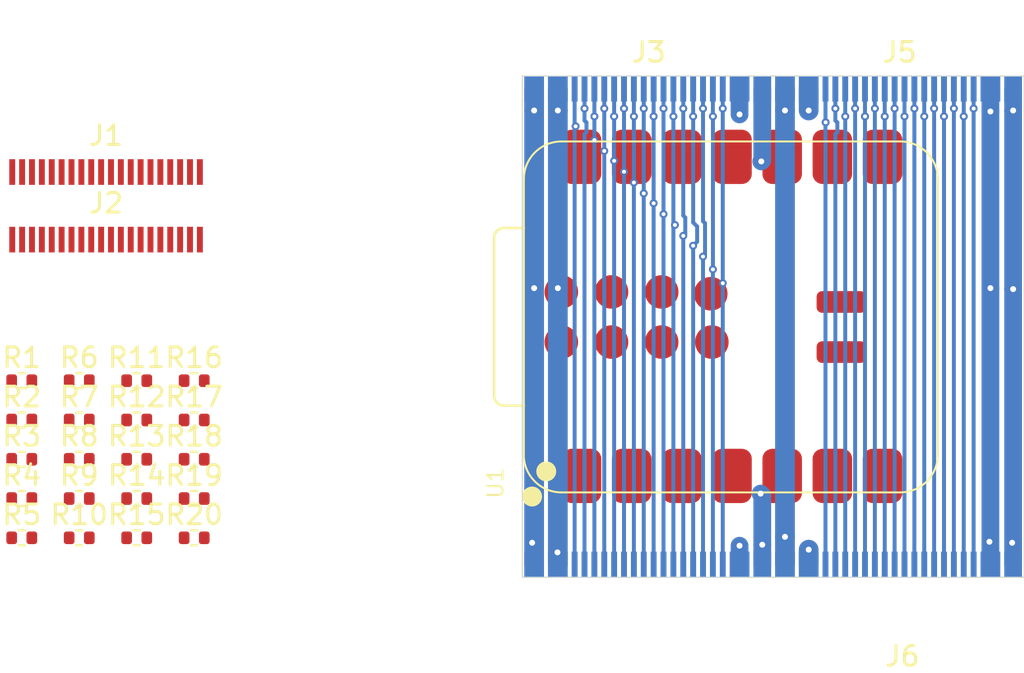
<source format=kicad_pcb>
(kicad_pcb (version 20241229) (generator "pcbnew") (generator_version "9.0")
  (layers (0 "F.Cu" signal) (4 "In1.Cu" signal) (6 "In2.Cu" signal) (2 "B.Cu" signal) (13 "F.Paste" user) (15 "B.Paste" user) (5 "F.SilkS" user "F.Silkscreen") (7 "B.SilkS" user "B.Silkscreen") (1 "F.Mask" user) (3 "B.Mask" user) (25 "Edge.Cuts" user))
  (net 0 "")
  (net 41 "GPIO_1")
  (net 42 "GND")
  (net 43 "5V0")
  (net 44 "I2C1_SCL")
  (net 45 "AUX_4")
  (net 46 "GPIO_3")
  (net 47 "SPI_SCK")
  (net 48 "SPI_MISO")
  (net 49 "GPIO_2")
  (net 50 "AUX_2")
  (net 51 "AUX_6")
  (net 52 "SPI_MOSI")
  (net 53 "GPIO_0")
  (net 54 "3V3")
  (net 55 "AUX_1")
  (net 56 "AUX_0")
  (net 57 "I2C1_SDA")
  (net 58 "AUX_3")
  (net 59 "AUX_5")
  (net 60 "SPI_CS0")
  (footprint "Library:ForgeLabs_Interconnect_WIIIIDE" (layer "F.Cu") (at 113.4 66.65)
    (property "Reference" "J3" (at 0 -2.85 180) (layer "F.SilkS"))
    (property "Value" "BOT1")
    (pad "1" smd rect (at -5.8 -1) (size 1 1.3) (layers "B.Cu" "B.Mask" "B.Paste") (net 42 "GND"))
    (pad "2" smd rect (at -4.6 -1) (size 1 1.3) (layers "B.Cu" "B.Mask" "B.Paste") (net 54 "3V3"))
    (pad "3" smd rect (at -3.75 -1) (size 0.3 1.3) (layers "B.Cu" "B.Mask" "B.Paste") (net 57 "I2C1_SDA"))
    (pad "4" smd rect (at -3.25 -1) (size 0.3 1.3) (layers "B.Cu" "B.Mask" "B.Paste") (net 44 "I2C1_SCL"))
    (pad "5" smd rect (at -2.75 -1) (size 0.3 1.3) (layers "B.Cu" "B.Mask" "B.Paste") (net 53 "GPIO_0"))
    (pad "6" smd rect (at -2.25 -1) (size 0.3 1.3) (layers "B.Cu" "B.Mask" "B.Paste") (net 41 "GPIO_1"))
    (pad "7" smd rect (at -1.75 -1) (size 0.3 1.3) (layers "B.Cu" "B.Mask" "B.Paste") (net 49 "GPIO_2"))
    (pad "8" smd rect (at -1.25 -1) (size 0.3 1.3) (layers "B.Cu" "B.Mask" "B.Paste") (net 46 "GPIO_3"))
    (pad "9" smd rect (at -0.75 -1) (size 0.3 1.3) (layers "B.Cu" "B.Mask" "B.Paste") (net 43 "5V0"))
    (pad "10" smd rect (at -0.25 -1) (size 0.3 1.3) (layers "B.Cu" "B.Mask" "B.Paste") (net 52 "SPI_MOSI"))
    (pad "11" smd rect (at 0.25 -1) (size 0.3 1.3) (layers "B.Cu" "B.Mask" "B.Paste") (net 48 "SPI_MISO"))
    (pad "12" smd rect (at 0.75 -1) (size 0.3 1.3) (layers "B.Cu" "B.Mask" "B.Paste") (net 47 "SPI_SCK"))
    (pad "13" smd rect (at 1.25 -1) (size 0.3 1.3) (layers "B.Cu" "B.Mask" "B.Paste") (net 60 "SPI_CS0"))
    (pad "14" smd rect (at 1.75 -1) (size 0.3 1.3) (layers "B.Cu" "B.Mask" "B.Paste") (net 56 "AUX_0"))
    (pad "15" smd rect (at 2.25 -1) (size 0.3 1.3) (layers "B.Cu" "B.Mask" "B.Paste") (net 55 "AUX_1"))
    (pad "16" smd rect (at 2.75 -1) (size 0.3 1.3) (layers "B.Cu" "B.Mask" "B.Paste") (net 50 "AUX_2"))
    (pad "17" smd rect (at 3.25 -1) (size 0.3 1.3) (layers "B.Cu" "B.Mask" "B.Paste") (net 58 "AUX_3"))
    (pad "18" smd rect (at 3.75 -1) (size 0.3 1.3) (layers "B.Cu" "B.Mask" "B.Paste") (net 45 "AUX_4"))
    (pad "19" smd rect (at 4.6 -1) (size 1 1.3) (layers "B.Cu" "B.Mask" "B.Paste") (net 59 "AUX_5"))
    (pad "20" smd rect (at 5.75 -1) (size 0.9 1.3) (layers "B.Cu" "B.Mask" "B.Paste") (net 51 "AUX_6"))
  )
  (footprint "Resistor_SMD:R_0402_1005Metric" (layer "F.Cu") (at 87.48 80.44)
    (property "Reference" "R11" (at 0 -1.17 0) (layer "F.SilkS"))
    (property "Value" "0R")
    (fp_line (start -0.153641 -0.38) (end 0.153641 -0.38) (stroke (width 0.12)) (layer "F.SilkS"))
    (fp_line (start -0.153641 0.38) (end 0.153641 0.38) (stroke (width 0.12)) (layer "F.SilkS"))
    (pad "1" smd roundrect (at -0.51 0) (size 0.54 0.64) (layers "F.Cu" "F.Mask" "F.Paste") (net 48 "SPI_MISO"))
    (pad "2" smd roundrect (at 0.51 0) (size 0.54 0.64) (layers "F.Cu" "F.Mask" "F.Paste"))
  )
  (footprint "Resistor_SMD:R_0402_1005Metric" (layer "F.Cu") (at 84.57 88.4)
    (property "Reference" "R10" (at 0 -1.17 0) (layer "F.SilkS"))
    (property "Value" "0R")
    (fp_line (start -0.153641 -0.38) (end 0.153641 -0.38) (stroke (width 0.12)) (layer "F.SilkS"))
    (fp_line (start -0.153641 0.38) (end 0.153641 0.38) (stroke (width 0.12)) (layer "F.SilkS"))
    (pad "1" smd roundrect (at -0.51 0) (size 0.54 0.64) (layers "F.Cu" "F.Mask" "F.Paste") (net 52 "SPI_MOSI"))
    (pad "2" smd roundrect (at 0.51 0) (size 0.54 0.64) (layers "F.Cu" "F.Mask" "F.Paste"))
  )
  (footprint "Resistor_SMD:R_0402_1005Metric" (layer "F.Cu") (at 87.48 88.4)
    (property "Reference" "R15" (at 0 -1.17 0) (layer "F.SilkS"))
    (property "Value" "0R")
    (fp_line (start -0.153641 -0.38) (end 0.153641 -0.38) (stroke (width 0.12)) (layer "F.SilkS"))
    (fp_line (start -0.153641 0.38) (end 0.153641 0.38) (stroke (width 0.12)) (layer "F.SilkS"))
    (pad "1" smd roundrect (at -0.51 0) (size 0.54 0.64) (layers "F.Cu" "F.Mask" "F.Paste") (net 55 "AUX_1"))
    (pad "2" smd roundrect (at 0.51 0) (size 0.54 0.64) (layers "F.Cu" "F.Mask" "F.Paste"))
  )
  (footprint "Resistor_SMD:R_0402_1005Metric" (layer "F.Cu") (at 84.57 84.42)
    (property "Reference" "R8" (at 0 -1.17 0) (layer "F.SilkS"))
    (property "Value" "0R")
    (fp_line (start -0.153641 -0.38) (end 0.153641 -0.38) (stroke (width 0.12)) (layer "F.SilkS"))
    (fp_line (start -0.153641 0.38) (end 0.153641 0.38) (stroke (width 0.12)) (layer "F.SilkS"))
    (pad "1" smd roundrect (at -0.51 0) (size 0.54 0.64) (layers "F.Cu" "F.Mask" "F.Paste") (net 46 "GPIO_3"))
    (pad "2" smd roundrect (at 0.51 0) (size 0.54 0.64) (layers "F.Cu" "F.Mask" "F.Paste"))
  )
  (footprint "Resistor_SMD:R_0402_1005Metric" (layer "F.Cu") (at 84.57 86.41)
    (property "Reference" "R9" (at 0 -1.17 0) (layer "F.SilkS"))
    (property "Value" "0R")
    (fp_line (start -0.153641 -0.38) (end 0.153641 -0.38) (stroke (width 0.12)) (layer "F.SilkS"))
    (fp_line (start -0.153641 0.38) (end 0.153641 0.38) (stroke (width 0.12)) (layer "F.SilkS"))
    (pad "1" smd roundrect (at -0.51 0) (size 0.54 0.64) (layers "F.Cu" "F.Mask" "F.Paste") (net 43 "5V0"))
    (pad "2" smd roundrect (at 0.51 0) (size 0.54 0.64) (layers "F.Cu" "F.Mask" "F.Paste"))
  )
  (footprint "Resistor_SMD:R_0402_1005Metric" (layer "F.Cu") (at 84.57 80.44)
    (property "Reference" "R6" (at 0 -1.17 0) (layer "F.SilkS"))
    (property "Value" "0R")
    (fp_line (start -0.153641 -0.38) (end 0.153641 -0.38) (stroke (width 0.12)) (layer "F.SilkS"))
    (fp_line (start -0.153641 0.38) (end 0.153641 0.38) (stroke (width 0.12)) (layer "F.SilkS"))
    (pad "1" smd roundrect (at -0.51 0) (size 0.54 0.64) (layers "F.Cu" "F.Mask" "F.Paste") (net 41 "GPIO_1"))
    (pad "2" smd roundrect (at 0.51 0) (size 0.54 0.64) (layers "F.Cu" "F.Mask" "F.Paste"))
  )
  (footprint "Resistor_SMD:R_0402_1005Metric" (layer "F.Cu") (at 81.66 84.42)
    (property "Reference" "R3" (at 0 -1.17 0) (layer "F.SilkS"))
    (property "Value" "0R")
    (fp_line (start -0.153641 -0.38) (end 0.153641 -0.38) (stroke (width 0.12)) (layer "F.SilkS"))
    (fp_line (start -0.153641 0.38) (end 0.153641 0.38) (stroke (width 0.12)) (layer "F.SilkS"))
    (pad "1" smd roundrect (at -0.51 0) (size 0.54 0.64) (layers "F.Cu" "F.Mask" "F.Paste") (net 57 "I2C1_SDA"))
    (pad "2" smd roundrect (at 0.51 0) (size 0.54 0.64) (layers "F.Cu" "F.Mask" "F.Paste"))
  )
  (footprint "Resistor_SMD:R_0402_1005Metric" (layer "F.Cu") (at 84.57 82.43)
    (property "Reference" "R7" (at 0 -1.17 0) (layer "F.SilkS"))
    (property "Value" "0R")
    (fp_line (start -0.153641 -0.38) (end 0.153641 -0.38) (stroke (width 0.12)) (layer "F.SilkS"))
    (fp_line (start -0.153641 0.38) (end 0.153641 0.38) (stroke (width 0.12)) (layer "F.SilkS"))
    (pad "1" smd roundrect (at -0.51 0) (size 0.54 0.64) (layers "F.Cu" "F.Mask" "F.Paste") (net 49 "GPIO_2"))
    (pad "2" smd roundrect (at 0.51 0) (size 0.54 0.64) (layers "F.Cu" "F.Mask" "F.Paste"))
  )
  (footprint "Resistor_SMD:R_0402_1005Metric" (layer "F.Cu") (at 81.66 88.4)
    (property "Reference" "R5" (at 0 -1.17 0) (layer "F.SilkS"))
    (property "Value" "0R")
    (fp_line (start -0.153641 -0.38) (end 0.153641 -0.38) (stroke (width 0.12)) (layer "F.SilkS"))
    (fp_line (start -0.153641 0.38) (end 0.153641 0.38) (stroke (width 0.12)) (layer "F.SilkS"))
    (pad "1" smd roundrect (at -0.51 0) (size 0.54 0.64) (layers "F.Cu" "F.Mask" "F.Paste") (net 53 "GPIO_0"))
    (pad "2" smd roundrect (at 0.51 0) (size 0.54 0.64) (layers "F.Cu" "F.Mask" "F.Paste"))
  )
  (footprint "Resistor_SMD:R_0402_1005Metric" (layer "F.Cu") (at 90.39 88.4)
    (property "Reference" "R20" (at 0 -1.17 0) (layer "F.SilkS"))
    (property "Value" "0R")
    (fp_line (start -0.153641 -0.38) (end 0.153641 -0.38) (stroke (width 0.12)) (layer "F.SilkS"))
    (fp_line (start -0.153641 0.38) (end 0.153641 0.38) (stroke (width 0.12)) (layer "F.SilkS"))
    (pad "1" smd roundrect (at -0.51 0) (size 0.54 0.64) (layers "F.Cu" "F.Mask" "F.Paste") (net 51 "AUX_6"))
    (pad "2" smd roundrect (at 0.51 0) (size 0.54 0.64) (layers "F.Cu" "F.Mask" "F.Paste"))
  )
  (footprint "Library:ForgeLabs_Interconnect_WIIIIDE" (layer "F.Cu") (at 113.4 90.75)
    (property "Reference" "J4" (hide yes))
    (property "Value" "BOT1" (hide yes))
    (pad "1" smd rect (at -5.8 -1) (size 1 1.3) (layers "B.Cu" "B.Mask" "B.Paste") (net 42 "GND"))
    (pad "2" smd rect (at -4.6 -1) (size 1 1.3) (layers "B.Cu" "B.Mask" "B.Paste") (net 54 "3V3"))
    (pad "3" smd rect (at -3.75 -1) (size 0.3 1.3) (layers "B.Cu" "B.Mask" "B.Paste") (net 57 "I2C1_SDA"))
    (pad "4" smd rect (at -3.25 -1) (size 0.3 1.3) (layers "B.Cu" "B.Mask" "B.Paste") (net 44 "I2C1_SCL"))
    (pad "5" smd rect (at -2.75 -1) (size 0.3 1.3) (layers "B.Cu" "B.Mask" "B.Paste") (net 53 "GPIO_0"))
    (pad "6" smd rect (at -2.25 -1) (size 0.3 1.3) (layers "B.Cu" "B.Mask" "B.Paste") (net 41 "GPIO_1"))
    (pad "7" smd rect (at -1.75 -1) (size 0.3 1.3) (layers "B.Cu" "B.Mask" "B.Paste") (net 49 "GPIO_2"))
    (pad "8" smd rect (at -1.25 -1) (size 0.3 1.3) (layers "B.Cu" "B.Mask" "B.Paste") (net 46 "GPIO_3"))
    (pad "9" smd rect (at -0.75 -1) (size 0.3 1.3) (layers "B.Cu" "B.Mask" "B.Paste") (net 43 "5V0"))
    (pad "10" smd rect (at -0.25 -1) (size 0.3 1.3) (layers "B.Cu" "B.Mask" "B.Paste") (net 52 "SPI_MOSI"))
    (pad "11" smd rect (at 0.25 -1) (size 0.3 1.3) (layers "B.Cu" "B.Mask" "B.Paste") (net 48 "SPI_MISO"))
    (pad "12" smd rect (at 0.75 -1) (size 0.3 1.3) (layers "B.Cu" "B.Mask" "B.Paste") (net 47 "SPI_SCK"))
    (pad "13" smd rect (at 1.25 -1) (size 0.3 1.3) (layers "B.Cu" "B.Mask" "B.Paste") (net 60 "SPI_CS0"))
    (pad "14" smd rect (at 1.75 -1) (size 0.3 1.3) (layers "B.Cu" "B.Mask" "B.Paste") (net 56 "AUX_0"))
    (pad "15" smd rect (at 2.25 -1) (size 0.3 1.3) (layers "B.Cu" "B.Mask" "B.Paste") (net 55 "AUX_1"))
    (pad "16" smd rect (at 2.75 -1) (size 0.3 1.3) (layers "B.Cu" "B.Mask" "B.Paste") (net 50 "AUX_2"))
    (pad "17" smd rect (at 3.25 -1) (size 0.3 1.3) (layers "B.Cu" "B.Mask" "B.Paste") (net 58 "AUX_3"))
    (pad "18" smd rect (at 3.75 -1) (size 0.3 1.3) (layers "B.Cu" "B.Mask" "B.Paste") (net 45 "AUX_4"))
    (pad "19" smd rect (at 4.6 -1) (size 1 1.3) (layers "B.Cu" "B.Mask" "B.Paste") (net 59 "AUX_5"))
    (pad "20" smd rect (at 5.75 -1) (size 0.9 1.3) (layers "B.Cu" "B.Mask" "B.Paste") (net 51 "AUX_6"))
  )
  (footprint "Library:ForgeLabs_Interconnect_TOP" (layer "F.Cu") (at 85.928 70.866)
    (property "Reference" "J1" (at 0 -2.85 180) (layer "F.SilkS"))
    (property "Value" "TOP1")
    (pad "1" smd rect (at -4.75 -1) (size 0.3 1.3) (layers "F.Cu" "F.Mask" "F.Paste"))
    (pad "2" smd rect (at -4.25 -1) (size 0.3 1.3) (layers "F.Cu" "F.Mask" "F.Paste"))
    (pad "3" smd rect (at -3.75 -1) (size 0.3 1.3) (layers "F.Cu" "F.Mask" "F.Paste"))
    (pad "4" smd rect (at -3.25 -1) (size 0.3 1.3) (layers "F.Cu" "F.Mask" "F.Paste"))
    (pad "5" smd rect (at -2.75 -1) (size 0.3 1.3) (layers "F.Cu" "F.Mask" "F.Paste"))
    (pad "6" smd rect (at -2.25 -1) (size 0.3 1.3) (layers "F.Cu" "F.Mask" "F.Paste"))
    (pad "7" smd rect (at -1.75 -1) (size 0.3 1.3) (layers "F.Cu" "F.Mask" "F.Paste"))
    (pad "8" smd rect (at -1.25 -1) (size 0.3 1.3) (layers "F.Cu" "F.Mask" "F.Paste"))
    (pad "9" smd rect (at -0.75 -1) (size 0.3 1.3) (layers "F.Cu" "F.Mask" "F.Paste"))
    (pad "10" smd rect (at -0.25 -1) (size 0.3 1.3) (layers "F.Cu" "F.Mask" "F.Paste"))
    (pad "11" smd rect (at 0.25 -1) (size 0.3 1.3) (layers "F.Cu" "F.Mask" "F.Paste"))
    (pad "12" smd rect (at 0.75 -1) (size 0.3 1.3) (layers "F.Cu" "F.Mask" "F.Paste"))
    (pad "13" smd rect (at 1.25 -1) (size 0.3 1.3) (layers "F.Cu" "F.Mask" "F.Paste"))
    (pad "14" smd rect (at 1.75 -1) (size 0.3 1.3) (layers "F.Cu" "F.Mask" "F.Paste"))
    (pad "15" smd rect (at 2.25 -1) (size 0.3 1.3) (layers "F.Cu" "F.Mask" "F.Paste"))
    (pad "16" smd rect (at 2.75 -1) (size 0.3 1.3) (layers "F.Cu" "F.Mask" "F.Paste"))
    (pad "17" smd rect (at 3.25 -1) (size 0.3 1.3) (layers "F.Cu" "F.Mask" "F.Paste"))
    (pad "18" smd rect (at 3.75 -1) (size 0.3 1.3) (layers "F.Cu" "F.Mask" "F.Paste"))
    (pad "19" smd rect (at 4.25 -1) (size 0.3 1.3) (layers "F.Cu" "F.Mask" "F.Paste"))
    (pad "20" smd rect (at 4.75 -1) (size 0.3 1.3) (layers "F.Cu" "F.Mask" "F.Paste"))
  )
  (footprint "Resistor_SMD:R_0402_1005Metric" (layer "F.Cu") (at 81.66 86.41)
    (property "Reference" "R4" (at 0 -1.17 0) (layer "F.SilkS"))
    (property "Value" "0R")
    (fp_line (start -0.153641 -0.38) (end 0.153641 -0.38) (stroke (width 0.12)) (layer "F.SilkS"))
    (fp_line (start -0.153641 0.38) (end 0.153641 0.38) (stroke (width 0.12)) (layer "F.SilkS"))
    (pad "1" smd roundrect (at -0.51 0) (size 0.54 0.64) (layers "F.Cu" "F.Mask" "F.Paste") (net 44 "I2C1_SCL"))
    (pad "2" smd roundrect (at 0.51 0) (size 0.54 0.64) (layers "F.Cu" "F.Mask" "F.Paste"))
  )
  (footprint "Resistor_SMD:R_0402_1005Metric" (layer "F.Cu") (at 90.39 82.43)
    (property "Reference" "R17" (at 0 -1.17 0) (layer "F.SilkS"))
    (property "Value" "0R")
    (fp_line (start -0.153641 -0.38) (end 0.153641 -0.38) (stroke (width 0.12)) (layer "F.SilkS"))
    (fp_line (start -0.153641 0.38) (end 0.153641 0.38) (stroke (width 0.12)) (layer "F.SilkS"))
    (pad "1" smd roundrect (at -0.51 0) (size 0.54 0.64) (layers "F.Cu" "F.Mask" "F.Paste") (net 58 "AUX_3"))
    (pad "2" smd roundrect (at 0.51 0) (size 0.54 0.64) (layers "F.Cu" "F.Mask" "F.Paste"))
  )
  (footprint "Resistor_SMD:R_0402_1005Metric" (layer "F.Cu") (at 81.66 82.43)
    (property "Reference" "R2" (at 0 -1.17 0) (layer "F.SilkS"))
    (property "Value" "0R")
    (fp_line (start -0.153641 -0.38) (end 0.153641 -0.38) (stroke (width 0.12)) (layer "F.SilkS"))
    (fp_line (start -0.153641 0.38) (end 0.153641 0.38) (stroke (width 0.12)) (layer "F.SilkS"))
    (pad "1" smd roundrect (at -0.51 0) (size 0.54 0.64) (layers "F.Cu" "F.Mask" "F.Paste") (net 54 "3V3"))
    (pad "2" smd roundrect (at 0.51 0) (size 0.54 0.64) (layers "F.Cu" "F.Mask" "F.Paste"))
  )
  (footprint "Resistor_SMD:R_0402_1005Metric" (layer "F.Cu") (at 90.39 80.44)
    (property "Reference" "R16" (at 0 -1.17 0) (layer "F.SilkS"))
    (property "Value" "0R")
    (fp_line (start -0.153641 -0.38) (end 0.153641 -0.38) (stroke (width 0.12)) (layer "F.SilkS"))
    (fp_line (start -0.153641 0.38) (end 0.153641 0.38) (stroke (width 0.12)) (layer "F.SilkS"))
    (pad "1" smd roundrect (at -0.51 0) (size 0.54 0.64) (layers "F.Cu" "F.Mask" "F.Paste") (net 50 "AUX_2"))
    (pad "2" smd roundrect (at 0.51 0) (size 0.54 0.64) (layers "F.Cu" "F.Mask" "F.Paste"))
  )
  (footprint "Resistor_SMD:R_0402_1005Metric" (layer "F.Cu") (at 87.48 84.42)
    (property "Reference" "R13" (at 0 -1.17 0) (layer "F.SilkS"))
    (property "Value" "0R")
    (fp_line (start -0.153641 -0.38) (end 0.153641 -0.38) (stroke (width 0.12)) (layer "F.SilkS"))
    (fp_line (start -0.153641 0.38) (end 0.153641 0.38) (stroke (width 0.12)) (layer "F.SilkS"))
    (pad "1" smd roundrect (at -0.51 0) (size 0.54 0.64) (layers "F.Cu" "F.Mask" "F.Paste") (net 60 "SPI_CS0"))
    (pad "2" smd roundrect (at 0.51 0) (size 0.54 0.64) (layers "F.Cu" "F.Mask" "F.Paste"))
  )
  (footprint "Library:ForgeLabs_Interconnect_TOP" (layer "F.Cu") (at 85.928 74.291)
    (property "Reference" "J2" (at 0 -2.85 180) (layer "F.SilkS"))
    (property "Value" "TOP2")
    (pad "1" smd rect (at -4.75 -1) (size 0.3 1.3) (layers "F.Cu" "F.Mask" "F.Paste"))
    (pad "2" smd rect (at -4.25 -1) (size 0.3 1.3) (layers "F.Cu" "F.Mask" "F.Paste"))
    (pad "3" smd rect (at -3.75 -1) (size 0.3 1.3) (layers "F.Cu" "F.Mask" "F.Paste"))
    (pad "4" smd rect (at -3.25 -1) (size 0.3 1.3) (layers "F.Cu" "F.Mask" "F.Paste"))
    (pad "5" smd rect (at -2.75 -1) (size 0.3 1.3) (layers "F.Cu" "F.Mask" "F.Paste"))
    (pad "6" smd rect (at -2.25 -1) (size 0.3 1.3) (layers "F.Cu" "F.Mask" "F.Paste"))
    (pad "7" smd rect (at -1.75 -1) (size 0.3 1.3) (layers "F.Cu" "F.Mask" "F.Paste"))
    (pad "8" smd rect (at -1.25 -1) (size 0.3 1.3) (layers "F.Cu" "F.Mask" "F.Paste"))
    (pad "9" smd rect (at -0.75 -1) (size 0.3 1.3) (layers "F.Cu" "F.Mask" "F.Paste"))
    (pad "10" smd rect (at -0.25 -1) (size 0.3 1.3) (layers "F.Cu" "F.Mask" "F.Paste"))
    (pad "11" smd rect (at 0.25 -1) (size 0.3 1.3) (layers "F.Cu" "F.Mask" "F.Paste"))
    (pad "12" smd rect (at 0.75 -1) (size 0.3 1.3) (layers "F.Cu" "F.Mask" "F.Paste"))
    (pad "13" smd rect (at 1.25 -1) (size 0.3 1.3) (layers "F.Cu" "F.Mask" "F.Paste"))
    (pad "14" smd rect (at 1.75 -1) (size 0.3 1.3) (layers "F.Cu" "F.Mask" "F.Paste"))
    (pad "15" smd rect (at 2.25 -1) (size 0.3 1.3) (layers "F.Cu" "F.Mask" "F.Paste"))
    (pad "16" smd rect (at 2.75 -1) (size 0.3 1.3) (layers "F.Cu" "F.Mask" "F.Paste"))
    (pad "17" smd rect (at 3.25 -1) (size 0.3 1.3) (layers "F.Cu" "F.Mask" "F.Paste"))
    (pad "18" smd rect (at 3.75 -1) (size 0.3 1.3) (layers "F.Cu" "F.Mask" "F.Paste"))
    (pad "19" smd rect (at 4.25 -1) (size 0.3 1.3) (layers "F.Cu" "F.Mask" "F.Paste"))
    (pad "20" smd rect (at 4.75 -1) (size 0.3 1.3) (layers "F.Cu" "F.Mask" "F.Paste"))
  )
  (footprint "Library:ForgeLabs_Interconnect_WIIIIDE" (layer "F.Cu") (at 126.1 90.75)
    (property "Reference" "J6" (at 0.15 3.65 180) (layer "F.SilkS"))
    (property "Value" "BOT1")
    (pad "1" smd rect (at -5.8 -1) (size 1 1.3) (layers "B.Cu" "B.Mask" "B.Paste") (net 42 "GND"))
    (pad "2" smd rect (at -4.6 -1) (size 1 1.3) (layers "B.Cu" "B.Mask" "B.Paste") (net 54 "3V3"))
    (pad "3" smd rect (at -3.75 -1) (size 0.3 1.3) (layers "B.Cu" "B.Mask" "B.Paste") (net 57 "I2C1_SDA"))
    (pad "4" smd rect (at -3.25 -1) (size 0.3 1.3) (layers "B.Cu" "B.Mask" "B.Paste") (net 44 "I2C1_SCL"))
    (pad "5" smd rect (at -2.75 -1) (size 0.3 1.3) (layers "B.Cu" "B.Mask" "B.Paste") (net 53 "GPIO_0"))
    (pad "6" smd rect (at -2.25 -1) (size 0.3 1.3) (layers "B.Cu" "B.Mask" "B.Paste") (net 41 "GPIO_1"))
    (pad "7" smd rect (at -1.75 -1) (size 0.3 1.3) (layers "B.Cu" "B.Mask" "B.Paste") (net 49 "GPIO_2"))
    (pad "8" smd rect (at -1.25 -1) (size 0.3 1.3) (layers "B.Cu" "B.Mask" "B.Paste") (net 46 "GPIO_3"))
    (pad "9" smd rect (at -0.75 -1) (size 0.3 1.3) (layers "B.Cu" "B.Mask" "B.Paste") (net 43 "5V0"))
    (pad "10" smd rect (at -0.25 -1) (size 0.3 1.3) (layers "B.Cu" "B.Mask" "B.Paste") (net 52 "SPI_MOSI"))
    (pad "11" smd rect (at 0.25 -1) (size 0.3 1.3) (layers "B.Cu" "B.Mask" "B.Paste") (net 48 "SPI_MISO"))
    (pad "12" smd rect (at 0.75 -1) (size 0.3 1.3) (layers "B.Cu" "B.Mask" "B.Paste") (net 47 "SPI_SCK"))
    (pad "13" smd rect (at 1.25 -1) (size 0.3 1.3) (layers "B.Cu" "B.Mask" "B.Paste") (net 60 "SPI_CS0"))
    (pad "14" smd rect (at 1.75 -1) (size 0.3 1.3) (layers "B.Cu" "B.Mask" "B.Paste") (net 56 "AUX_0"))
    (pad "15" smd rect (at 2.25 -1) (size 0.3 1.3) (layers "B.Cu" "B.Mask" "B.Paste") (net 55 "AUX_1"))
    (pad "16" smd rect (at 2.75 -1) (size 0.3 1.3) (layers "B.Cu" "B.Mask" "B.Paste") (net 50 "AUX_2"))
    (pad "17" smd rect (at 3.25 -1) (size 0.3 1.3) (layers "B.Cu" "B.Mask" "B.Paste") (net 58 "AUX_3"))
    (pad "18" smd rect (at 3.75 -1) (size 0.3 1.3) (layers "B.Cu" "B.Mask" "B.Paste") (net 45 "AUX_4"))
    (pad "19" smd rect (at 4.6 -1) (size 1 1.3) (layers "B.Cu" "B.Mask" "B.Paste") (net 59 "AUX_5"))
    (pad "20" smd rect (at 5.75 -1) (size 0.9 1.3) (layers "B.Cu" "B.Mask" "B.Paste") (net 51 "AUX_6"))
  )
  (footprint "Resistor_SMD:R_0402_1005Metric" (layer "F.Cu") (at 81.66 80.44)
    (property "Reference" "R1" (at 0 -1.17 0) (layer "F.SilkS"))
    (property "Value" "0R")
    (fp_line (start -0.153641 -0.38) (end 0.153641 -0.38) (stroke (width 0.12)) (layer "F.SilkS"))
    (fp_line (start -0.153641 0.38) (end 0.153641 0.38) (stroke (width 0.12)) (layer "F.SilkS"))
    (pad "1" smd roundrect (at -0.51 0) (size 0.54 0.64) (layers "F.Cu" "F.Mask" "F.Paste") (net 42 "GND"))
    (pad "2" smd roundrect (at 0.51 0) (size 0.54 0.64) (layers "F.Cu" "F.Mask" "F.Paste"))
  )
  (footprint "Resistor_SMD:R_0402_1005Metric" (layer "F.Cu") (at 87.48 86.41)
    (property "Reference" "R14" (at 0 -1.17 0) (layer "F.SilkS"))
    (property "Value" "0R")
    (fp_line (start -0.153641 -0.38) (end 0.153641 -0.38) (stroke (width 0.12)) (layer "F.SilkS"))
    (fp_line (start -0.153641 0.38) (end 0.153641 0.38) (stroke (width 0.12)) (layer "F.SilkS"))
    (pad "1" smd roundrect (at -0.51 0) (size 0.54 0.64) (layers "F.Cu" "F.Mask" "F.Paste") (net 56 "AUX_0"))
    (pad "2" smd roundrect (at 0.51 0) (size 0.54 0.64) (layers "F.Cu" "F.Mask" "F.Paste"))
  )
  (footprint "Library:XIAO-ESP32C6-SMD" (layer "F.Cu") (at 117.5968 76.982 90)
    (property "Reference" "U1" (at -9.5 -11.5 90) (layer "F.SilkS") (effects (font (size 0.78232 0.78232) (thickness 0.10668)) (justify left bottom)))
    (property "Value" "XIAO-ESP32-S3-SMD")
    (fp_line (start -4.217872 -12.0255) (end 3.7774 -12.0255) (stroke (width 0.127)) (layer "F.SilkS"))
    (fp_line (start 4.2774 -11.5255) (end 4.2774 -10.5155) (stroke (width 0.127)) (layer "F.SilkS"))
    (fp_line (start 6.7584 -10.5155) (end -7.2116 -10.5155) (stroke (width 0.1)) (layer "F.SilkS"))
    (fp_line (start -4.7216 -10.5155) (end -4.717872 -11.525772) (stroke (width 0.127)) (layer "F.SilkS"))
    (fp_line (start 8.6634 8.5345) (end 8.6634 -8.6105) (stroke (width 0.1)) (layer "F.SilkS"))
    (fp_line (start -9.1166 8.5345) (end -9.1166 -8.6105) (stroke (width 0.1)) (layer "F.SilkS"))
    (fp_line (start -7.2116 10.4395) (end 6.7584 10.4395) (stroke (width 0.1)) (layer "F.SilkS"))
    (fp_arc (start 3.7774 -12.0255) (mid 4.130953 -11.879053) (end 4.2774 -11.5255) (stroke (width 0.127)) (layer "F.SilkS"))
    (fp_arc (start -4.717872 -11.525772) (mid -4.571324 -11.879144) (end -4.217872 -12.0255) (stroke (width 0.127)) (layer "F.SilkS"))
    (fp_arc (start 6.7584 -10.5155) (mid 8.105438 -9.957538) (end 8.6634 -8.6105) (stroke (width 0.1)) (layer "F.SilkS"))
    (fp_arc (start -9.1166 -8.6145) (mid -8.558638 -9.961538) (end -7.2116 -10.5195) (stroke (width 0.1)) (layer "F.SilkS"))
    (fp_arc (start 8.6634 8.5345) (mid 8.105438 9.881538) (end 6.7584 10.4395) (stroke (width 0.1)) (layer "F.SilkS"))
    (fp_arc (start -7.2116 10.4395) (mid -8.558638 9.881538) (end -9.1166 8.5345) (stroke (width 0.1)) (layer "F.SilkS"))
    (fp_circle (center -9.3266 -10.0995) (end -9.3266 -10.3535) (stroke (width 0.5)) (fill yes) (layer "F.SilkS"))
    (fp_circle (center -8.0526 -9.3825) (end -8.0526 -9.6365) (stroke (width 0.5)) (fill yes) (layer "F.SilkS"))
    (pad "1" smd roundrect (at -8.2816 -7.5985 90) (size 2.75 2) (layers "F.Cu" "F.Mask" "F.Paste"))
    (pad "2" smd roundrect (at -8.2816 -5.0585 90) (size 2.75 2) (layers "F.Cu" "F.Mask" "F.Paste"))
    (pad "3" smd roundrect (at -8.2816 -2.5185 90) (size 2.75 2) (layers "F.Cu" "F.Mask" "F.Paste"))
    (pad "4" smd roundrect (at -8.2816 0.0215 90) (size 2.75 2) (layers "F.Cu" "F.Mask" "F.Paste"))
    (pad "5" smd roundrect (at -8.2816 2.5615 90) (size 2.75 2) (layers "F.Cu" "F.Mask" "F.Paste"))
    (pad "6" smd roundrect (at -8.2816 5.1015 90) (size 2.75 2) (layers "F.Cu" "F.Mask" "F.Paste"))
    (pad "7" smd roundrect (at -8.2816 7.6415 90) (size 2.75 2) (layers "F.Cu" "F.Mask" "F.Paste"))
    (pad "8" smd roundrect (at 7.8834 7.6415 90) (size 2.75 2) (layers "F.Cu" "F.Mask" "F.Paste"))
    (pad "9" smd roundrect (at 7.8834 5.1015 90) (size 2.75 2) (layers "F.Cu" "F.Mask" "F.Paste"))
    (pad "10" smd roundrect (at 7.8834 2.5615 90) (size 2.75 2) (layers "F.Cu" "F.Mask" "F.Paste"))
    (pad "11" smd roundrect (at 7.8834 0.0215 90) (size 2.75 2) (layers "F.Cu" "F.Mask" "F.Paste"))
    (pad "12" smd roundrect (at 7.8834 -2.5185 90) (size 2.75 2) (layers "F.Cu" "F.Mask" "F.Paste"))
    (pad "13" smd roundrect (at 7.8834 -5.0585 90) (size 2.75 2) (layers "F.Cu" "F.Mask" "F.Paste"))
    (pad "14" smd roundrect (at 7.8834 -7.5985 90) (size 2.75 2) (layers "F.Cu" "F.Mask" "F.Paste"))
    (pad "15" smd roundrect (at -2.008 5.5532) (size 2.5 1.1) (layers "F.Cu" "F.Mask" "F.Paste"))
    (pad "16" smd roundrect (at 0.532 5.5532) (size 2.5 1.1) (layers "F.Cu" "F.Mask" "F.Paste"))
    (pad "17" smd circle (at -1.5 -8.62 90) (size 1.7 1.7) (layers "F.Cu" "F.Mask" "F.Paste"))
    (pad "18" smd circle (at 1.04 -8.62 90) (size 1.7 1.7) (layers "F.Cu" "F.Mask" "F.Paste"))
    (pad "19" smd circle (at -1.5 -6.08 90) (size 1.7 1.7) (layers "F.Cu" "F.Mask" "F.Paste"))
    (pad "20" smd circle (at 1.04 -6.08 90) (size 1.7 1.7) (layers "F.Cu" "F.Mask" "F.Paste"))
    (pad "21" smd circle (at -1.5 -3.54 90) (size 1.7 1.7) (layers "F.Cu" "F.Mask" "F.Paste"))
    (pad "22" smd circle (at 1.04 -3.54 90) (size 1.7 1.7) (layers "F.Cu" "F.Mask" "F.Paste"))
    (pad "23" smd circle (at -1.5 -1 90) (size 1.7 1.7) (layers "F.Cu" "F.Mask" "F.Paste"))
    (pad "24" smd circle (at 0.9474 -1.0568 90) (size 1.7 1.7) (layers "F.Cu" "F.Mask" "F.Paste"))
  )
  (footprint "Library:ForgeLabs_Interconnect_WIIIIDE" (layer "F.Cu") (at 126.1 66.65)
    (property "Reference" "J5" (at 0 -2.85 180) (layer "F.SilkS"))
    (property "Value" "BOT1")
    (pad "1" smd rect (at -5.8 -1) (size 1 1.3) (layers "B.Cu" "B.Mask" "B.Paste") (net 42 "GND"))
    (pad "2" smd rect (at -4.6 -1) (size 1 1.3) (layers "B.Cu" "B.Mask" "B.Paste") (net 54 "3V3"))
    (pad "3" smd rect (at -3.75 -1) (size 0.3 1.3) (layers "B.Cu" "B.Mask" "B.Paste") (net 57 "I2C1_SDA"))
    (pad "4" smd rect (at -3.25 -1) (size 0.3 1.3) (layers "B.Cu" "B.Mask" "B.Paste") (net 44 "I2C1_SCL"))
    (pad "5" smd rect (at -2.75 -1) (size 0.3 1.3) (layers "B.Cu" "B.Mask" "B.Paste") (net 53 "GPIO_0"))
    (pad "6" smd rect (at -2.25 -1) (size 0.3 1.3) (layers "B.Cu" "B.Mask" "B.Paste") (net 41 "GPIO_1"))
    (pad "7" smd rect (at -1.75 -1) (size 0.3 1.3) (layers "B.Cu" "B.Mask" "B.Paste") (net 49 "GPIO_2"))
    (pad "8" smd rect (at -1.25 -1) (size 0.3 1.3) (layers "B.Cu" "B.Mask" "B.Paste") (net 46 "GPIO_3"))
    (pad "9" smd rect (at -0.75 -1) (size 0.3 1.3) (layers "B.Cu" "B.Mask" "B.Paste") (net 43 "5V0"))
    (pad "10" smd rect (at -0.25 -1) (size 0.3 1.3) (layers "B.Cu" "B.Mask" "B.Paste") (net 52 "SPI_MOSI"))
    (pad "11" smd rect (at 0.25 -1) (size 0.3 1.3) (layers "B.Cu" "B.Mask" "B.Paste") (net 48 "SPI_MISO"))
    (pad "12" smd rect (at 0.75 -1) (size 0.3 1.3) (layers "B.Cu" "B.Mask" "B.Paste") (net 47 "SPI_SCK"))
    (pad "13" smd rect (at 1.25 -1) (size 0.3 1.3) (layers "B.Cu" "B.Mask" "B.Paste") (net 60 "SPI_CS0"))
    (pad "14" smd rect (at 1.75 -1) (size 0.3 1.3) (layers "B.Cu" "B.Mask" "B.Paste") (net 56 "AUX_0"))
    (pad "15" smd rect (at 2.25 -1) (size 0.3 1.3) (layers "B.Cu" "B.Mask" "B.Paste") (net 55 "AUX_1"))
    (pad "16" smd rect (at 2.75 -1) (size 0.3 1.3) (layers "B.Cu" "B.Mask" "B.Paste") (net 50 "AUX_2"))
    (pad "17" smd rect (at 3.25 -1) (size 0.3 1.3) (layers "B.Cu" "B.Mask" "B.Paste") (net 58 "AUX_3"))
    (pad "18" smd rect (at 3.75 -1) (size 0.3 1.3) (layers "B.Cu" "B.Mask" "B.Paste") (net 45 "AUX_4"))
    (pad "19" smd rect (at 4.6 -1) (size 1 1.3) (layers "B.Cu" "B.Mask" "B.Paste") (net 59 "AUX_5"))
    (pad "20" smd rect (at 5.75 -1) (size 0.9 1.3) (layers "B.Cu" "B.Mask" "B.Paste") (net 51 "AUX_6"))
  )
  (footprint "Resistor_SMD:R_0402_1005Metric" (layer "F.Cu") (at 87.48 82.43)
    (property "Reference" "R12" (at 0 -1.17 0) (layer "F.SilkS"))
    (property "Value" "0R")
    (fp_line (start -0.153641 -0.38) (end 0.153641 -0.38) (stroke (width 0.12)) (layer "F.SilkS"))
    (fp_line (start -0.153641 0.38) (end 0.153641 0.38) (stroke (width 0.12)) (layer "F.SilkS"))
    (pad "1" smd roundrect (at -0.51 0) (size 0.54 0.64) (layers "F.Cu" "F.Mask" "F.Paste") (net 47 "SPI_SCK"))
    (pad "2" smd roundrect (at 0.51 0) (size 0.54 0.64) (layers "F.Cu" "F.Mask" "F.Paste"))
  )
  (footprint "Resistor_SMD:R_0402_1005Metric" (layer "F.Cu") (at 90.39 84.42)
    (property "Reference" "R18" (at 0 -1.17 0) (layer "F.SilkS"))
    (property "Value" "0R")
    (fp_line (start -0.153641 -0.38) (end 0.153641 -0.38) (stroke (width 0.12)) (layer "F.SilkS"))
    (fp_line (start -0.153641 0.38) (end 0.153641 0.38) (stroke (width 0.12)) (layer "F.SilkS"))
    (pad "1" smd roundrect (at -0.51 0) (size 0.54 0.64) (layers "F.Cu" "F.Mask" "F.Paste") (net 45 "AUX_4"))
    (pad "2" smd roundrect (at 0.51 0) (size 0.54 0.64) (layers "F.Cu" "F.Mask" "F.Paste"))
  )
  (footprint "Resistor_SMD:R_0402_1005Metric" (layer "F.Cu") (at 90.39 86.41)
    (property "Reference" "R19" (at 0 -1.17 0) (layer "F.SilkS"))
    (property "Value" "0R")
    (fp_line (start -0.153641 -0.38) (end 0.153641 -0.38) (stroke (width 0.12)) (layer "F.SilkS"))
    (fp_line (start -0.153641 0.38) (end 0.153641 0.38) (stroke (width 0.12)) (layer "F.SilkS"))
    (pad "1" smd roundrect (at -0.51 0) (size 0.54 0.64) (layers "F.Cu" "F.Mask" "F.Paste") (net 59 "AUX_5"))
    (pad "2" smd roundrect (at 0.51 0) (size 0.54 0.64) (layers "F.Cu" "F.Mask" "F.Paste"))
  )
  (gr_line (start 107 65) (end 132.4 65) (stroke (width 0.05)) (layer "Edge.Cuts"))
  (gr_line (start 107 90.4) (end 107 65) (stroke (width 0.05)) (layer "Edge.Cuts"))
  (gr_line (start 107 90.4) (end 132.4 90.4) (stroke (width 0.05)) (layer "Edge.Cuts"))
  (gr_line (start 132.4 90.4) (end 132.4 65) (stroke (width 0.05)) (layer "Edge.Cuts"))
  (via (at 111.15 66.65) (size 0.4) (drill 0.2) (layers "F.Cu" "B.Cu") (net 41))
  (via (at 111.15 68.8) (size 0.4) (drill 0.2) (layers "F.Cu" "B.Cu") (net 41))
  (via (at 123.85 66.65) (size 0.4) (drill 0.2) (layers "F.Cu" "B.Cu") (net 41))
  (segment (start 123.85 89.75) (end 123.85 66.65) (width 0.2) (layer "B.Cu") (net 41))
  (segment (start 111.15 89.75) (end 111.15 68.8) (width 0.2) (layer "B.Cu") (net 41))
  (segment (start 111.15 68.8) (end 111.15 66.65) (width 0.2) (layer "B.Cu") (net 41))
  (segment (start 111.15 66.65) (end 111.15 65.65) (width 0.2) (layer "B.Cu") (net 41))
  (segment (start 123.85 66.65) (end 123.85 65.65) (width 0.2) (layer "B.Cu") (net 41))
  (via (at 107.6 66.75) (size 0.6) (drill 0.3) (layers "F.Cu" "B.Cu") (net 42))
  (via (at 120.3 66.75) (size 0.6) (drill 0.3) (layers "F.Cu" "B.Cu") (net 42))
  (via (at 107.5 88.65) (size 0.6) (drill 0.3) (layers "F.Cu" "B.Cu") (net 42))
  (via (at 107.6 75.75) (size 0.6) (drill 0.3) (layers "F.Cu" "B.Cu") (net 42))
  (via (at 120.3 88.35) (size 0.6) (drill 0.3) (layers "F.Cu" "B.Cu") (net 42))
  (segment (start 120.3 88.35) (end 120.3 89.75) (width 1) (layer "B.Cu") (net 42))
  (segment (start 120.3 65.65) (end 120.3 66.75) (width 1) (layer "B.Cu") (net 42))
  (segment (start 107.6 66.75) (end 107.6 75.75) (width 1) (layer "B.Cu") (net 42))
  (segment (start 120.3 66.75) (end 120.3 88.35) (width 1) (layer "B.Cu") (net 42))
  (segment (start 107.6 89.75) (end 107.6 75.75) (width 1) (layer "B.Cu") (net 42))
  (segment (start 107.6 65.65) (end 107.6 66.75) (width 1) (layer "B.Cu") (net 42))
  (via (at 112.65 70.4) (size 0.4) (drill 0.2) (layers "F.Cu" "B.Cu") (net 43))
  (via (at 125.35 67.05) (size 0.4) (drill 0.2) (layers "F.Cu" "B.Cu") (net 43))
  (via (at 112.65 67.05) (size 0.4) (drill 0.2) (layers "F.Cu" "B.Cu") (net 43))
  (segment (start 125.35 67.05) (end 125.35 65.65) (width 0.2) (layer "B.Cu") (net 43))
  (segment (start 112.65 67.05) (end 112.65 70.4) (width 0.2) (layer "B.Cu") (net 43))
  (segment (start 125.35 89.75) (end 125.35 67.05) (width 0.2) (layer "B.Cu") (net 43))
  (segment (start 112.65 67.05) (end 112.65 65.65) (width 0.2) (layer "B.Cu") (net 43))
  (segment (start 112.65 70.4) (end 112.65 89.75) (width 0.2) (layer "B.Cu") (net 43))
  (via (at 122.85 66.65) (size 0.4) (drill 0.2) (layers "F.Cu" "B.Cu") (net 44))
  (via (at 110.15 66.65) (size 0.4) (drill 0.2) (layers "F.Cu" "B.Cu") (net 44))
  (segment (start 122.85 67.95) (end 122.85 89.75) (width 0.2) (layer "B.Cu") (net 44))
  (segment (start 110.15 66.65) (end 110.15 65.65) (width 0.2) (layer "B.Cu") (net 44))
  (segment (start 122.95 67.85) (end 122.85 67.95) (width 0.2) (layer "B.Cu") (net 44))
  (segment (start 110.15 89.75) (end 110.15 89.45) (width 0.2) (layer "B.Cu") (net 44))
  (segment (start 122.95 67.357107) (end 122.95 67.85) (width 0.2) (layer "B.Cu") (net 44))
  (segment (start 110.25 67.85) (end 110.15 67.95) (width 0.2) (layer "B.Cu") (net 44))
  (segment (start 122.85 67.257107) (end 122.95 67.357107) (width 0.2) (layer "B.Cu") (net 44))
  (segment (start 110.15 67.95) (end 110.15 89.75) (width 0.2) (layer "B.Cu") (net 44))
  (segment (start 122.85 66.65) (end 122.85 65.65) (width 0.2) (layer "B.Cu") (net 44))
  (segment (start 110.25 67.357107) (end 110.25 67.85) (width 0.2) (layer "B.Cu") (net 44))
  (segment (start 122.85 89.45) (end 122.8 89.4) (width 0.2) (layer "B.Cu") (net 44))
  (segment (start 110.15 89.45) (end 110.1 89.4) (width 0.2) (layer "B.Cu") (net 44))
  (segment (start 110.15 67.257107) (end 110.25 67.357107) (width 0.2) (layer "B.Cu") (net 44))
  (segment (start 122.85 66.65) (end 122.85 67.257107) (width 0.2) (layer "B.Cu") (net 44))
  (segment (start 110.15 66.65) (end 110.15 67.257107) (width 0.2) (layer "B.Cu") (net 44))
  (segment (start 122.85 89.75) (end 122.85 89.45) (width 0.2) (layer "B.Cu") (net 44))
  (via (at 129.85 66.65) (size 0.4) (drill 0.2) (layers "F.Cu" "B.Cu") (net 45))
  (via (at 117.15 66.65) (size 0.4) (drill 0.2) (layers "F.Cu" "B.Cu") (net 45))
  (via (at 117.15 75.5) (size 0.4) (drill 0.2) (layers "F.Cu" "B.Cu") (net 45))
  (segment (start 117.15 66.65) (end 117.15 75.5) (width 0.2) (layer "B.Cu") (net 45))
  (segment (start 129.85 65.65) (end 129.85 66.65) (width 0.2) (layer "B.Cu") (net 45))
  (segment (start 117.15 65.65) (end 117.15 66.65) (width 0.2) (layer "B.Cu") (net 45))
  (segment (start 129.85 89.75) (end 129.85 66.65) (width 0.2) (layer "B.Cu") (net 45))
  (segment (start 117.15 75.5) (end 117.15 89.75) (width 0.2) (layer "B.Cu") (net 45))
  (via (at 124.85 66.65) (size 0.4) (drill 0.2) (layers "F.Cu" "B.Cu") (net 46))
  (via (at 112.15 69.85) (size 0.4) (drill 0.2) (layers "F.Cu" "B.Cu") (net 46))
  (via (at 112.15 66.65) (size 0.4) (drill 0.2) (layers "F.Cu" "B.Cu") (net 46))
  (segment (start 112.15 69.85) (end 112.15 89.75) (width 0.2) (layer "B.Cu") (net 46))
  (segment (start 112.15 66.65) (end 112.15 69.85) (width 0.2) (layer "B.Cu") (net 46))
  (segment (start 124.85 89.75) (end 124.85 66.65) (width 0.2) (layer "B.Cu") (net 46))
  (segment (start 124.85 66.65) (end 124.85 65.65) (width 0.2) (layer "B.Cu") (net 46))
  (segment (start 112.15 66.65) (end 112.15 65.65) (width 0.2) (layer "B.Cu") (net 46))
  (via (at 126.85 66.65) (size 0.4) (drill 0.2) (layers "F.Cu" "B.Cu") (net 47))
  (via (at 114.15 66.65) (size 0.4) (drill 0.2) (layers "F.Cu" "B.Cu") (net 47))
  (via (at 114.15 72) (size 0.4) (drill 0.2) (layers "F.Cu" "B.Cu") (net 47))
  (segment (start 114.15 66.65) (end 114.15 72) (width 0.2) (layer "B.Cu") (net 47))
  (segment (start 126.85 65.65) (end 126.85 66.65) (width 0.2) (layer "B.Cu") (net 47))
  (segment (start 114.15 65.65) (end 114.15 66.65) (width 0.2) (layer "B.Cu") (net 47))
  (segment (start 114.15 72) (end 114.15 89.75) (width 0.2) (layer "B.Cu") (net 47))
  (segment (start 126.85 89.75) (end 126.85 66.65) (width 0.2) (layer "B.Cu") (net 47))
  (via (at 126.35 67.05) (size 0.4) (drill 0.2) (layers "F.Cu" "B.Cu") (net 48))
  (via (at 113.65 71.45) (size 0.4) (drill 0.2) (layers "F.Cu" "B.Cu") (net 48))
  (via (at 113.65 67.05) (size 0.4) (drill 0.2) (layers "F.Cu" "B.Cu") (net 48))
  (segment (start 113.65 67.05) (end 113.65 65.65) (width 0.2) (layer "B.Cu") (net 48))
  (segment (start 126.35 67.05) (end 126.35 65.65) (width 0.2) (layer "B.Cu") (net 48))
  (segment (start 126.35 89.75) (end 126.35 67.05) (width 0.2) (layer "B.Cu") (net 48))
  (segment (start 113.65 71.45) (end 113.65 67.05) (width 0.2) (layer "B.Cu") (net 48))
  (segment (start 113.65 89.75) (end 113.65 71.45) (width 0.2) (layer "B.Cu") (net 48))
  (via (at 111.65 67.05) (size 0.4) (drill 0.2) (layers "F.Cu" "B.Cu") (net 49))
  (via (at 124.35 67.05) (size 0.4) (drill 0.2) (layers "F.Cu" "B.Cu") (net 49))
  (via (at 124.35 67.05) (size 0.4) (drill 0.2) (layers "F.Cu" "B.Cu") (net 49))
  (via (at 111.65 67.05) (size 0.4) (drill 0.2) (layers "F.Cu" "B.Cu") (net 49))
  (via (at 111.65 69.3) (size 0.4) (drill 0.2) (layers "F.Cu" "B.Cu") (net 49))
  (segment (start 124.35 89.75) (end 124.35 67.05) (width 0.2) (layer "B.Cu") (net 49))
  (segment (start 111.65 65.65) (end 111.65 67.05) (width 0.2) (layer "B.Cu") (net 49))
  (segment (start 111.65 89.75) (end 111.65 69.3) (width 0.2) (layer "B.Cu") (net 49))
  (segment (start 111.65 69.3) (end 111.65 67.05) (width 0.2) (layer "B.Cu") (net 49))
  (segment (start 124.35 65.65) (end 124.35 67.05) (width 0.2) (layer "B.Cu") (net 49))
  (via (at 116.15 66.65) (size 0.4) (drill 0.2) (layers "F.Cu" "B.Cu") (net 50))
  (via (at 128.85 66.65) (size 0.4) (drill 0.2) (layers "F.Cu" "B.Cu") (net 50))
  (via (at 116.15 74.15) (size 0.4) (drill 0.2) (layers "F.Cu" "B.Cu") (net 50))
  (segment (start 116.15 65.65) (end 116.15 66.65) (width 0.2) (layer "B.Cu") (net 50))
  (segment (start 116.252478 74.047522) (end 116.15 74.15) (width 0.2) (layer "B.Cu") (net 50))
  (segment (start 116.15 74.15) (end 116.15 89.75) (width 0.2) (layer "B.Cu") (net 50))
  (segment (start 116.252478 72.460564) (end 116.252478 74.047522) (width 0.2) (layer "B.Cu") (net 50))
  (segment (start 128.85 65.65) (end 128.85 66.65) (width 0.2) (layer "B.Cu") (net 50))
  (segment (start 116.15 72.358087) (end 116.252478 72.460564) (width 0.2) (layer "B.Cu") (net 50))
  (segment (start 116.15 66.65) (end 116.15 72.358087) (width 0.2) (layer "B.Cu") (net 50))
  (segment (start 128.85 89.75) (end 128.85 66.65) (width 0.2) (layer "B.Cu") (net 50))
  (via (at 131.85 66.75) (size 0.6) (drill 0.3) (layers "F.Cu" "B.Cu") (net 51))
  (via (at 119.1 69.330092) (size 0.6) (drill 0.3) (layers "F.Cu" "B.Cu") (net 51))
  (via (at 119.15 88.75) (size 0.6) (drill 0.3) (layers "F.Cu" "B.Cu") (net 51))
  (via (at 131.85 75.8) (size 0.6) (drill 0.3) (layers "F.Cu" "B.Cu") (net 51))
  (via (at 119.065334 86.159286) (size 0.6) (drill 0.3) (layers "F.Cu" "B.Cu") (net 51))
  (via (at 131.8 88.65) (size 0.6) (drill 0.3) (layers "F.Cu" "B.Cu") (net 51))
  (segment (start 131.85 89.75) (end 131.85 75.8) (width 0.9) (layer "B.Cu") (net 51))
  (segment (start 119.15 88.75) (end 119.15 86.243952) (width 0.9) (layer "B.Cu") (net 51))
  (segment (start 119.15 86.243952) (end 119.065334 86.159286) (width 0.9) (layer "B.Cu") (net 51))
  (segment (start 119.15 65.65) (end 119.15 69.280092) (width 0.9) (layer "B.Cu") (net 51))
  (segment (start 131.85 66.75) (end 131.85 65.65) (width 0.9) (layer "B.Cu") (net 51))
  (segment (start 131.85 75.8) (end 131.85 66.75) (width 0.9) (layer "B.Cu") (net 51))
  (segment (start 119.15 69.280092) (end 119.1 69.330092) (width 0.9) (layer "B.Cu") (net 51))
  (segment (start 119.15 89.75) (end 119.15 88.75) (width 0.9) (layer "B.Cu") (net 51))
  (via (at 113.15 66.65) (size 0.4) (drill 0.2) (layers "F.Cu" "B.Cu") (net 52))
  (via (at 113.15 70.95) (size 0.4) (drill 0.2) (layers "F.Cu" "B.Cu") (net 52))
  (via (at 125.85 66.65) (size 0.4) (drill 0.2) (layers "F.Cu" "B.Cu") (net 52))
  (segment (start 125.85 65.65) (end 125.85 66.65) (width 0.2) (layer "B.Cu") (net 52))
  (segment (start 113.15 66.65) (end 113.15 70.95) (width 0.2) (layer "B.Cu") (net 52))
  (segment (start 125.85 89.75) (end 125.85 66.65) (width 0.2) (layer "B.Cu") (net 52))
  (segment (start 113.15 65.65) (end 113.15 66.65) (width 0.2) (layer "B.Cu") (net 52))
  (segment (start 113.15 70.95) (end 113.15 89.75) (width 0.2) (layer "B.Cu") (net 52))
  (via (at 123.35 67.05) (size 0.4) (drill 0.2) (layers "F.Cu" "B.Cu") (net 53))
  (via (at 110.65 68.25) (size 0.4) (drill 0.2) (layers "F.Cu" "B.Cu") (net 53))
  (via (at 110.65 67.05) (size 0.4) (drill 0.2) (layers "F.Cu" "B.Cu") (net 53))
  (segment (start 110.65 65.65) (end 110.65 67.05) (width 0.2) (layer "B.Cu") (net 53))
  (segment (start 123.35 89.75) (end 123.35 67.05) (width 0.2) (layer "B.Cu") (net 53))
  (segment (start 123.35 65.65) (end 123.35 67.05) (width 0.2) (layer "B.Cu") (net 53))
  (segment (start 110.65 68.25) (end 110.65 67.05) (width 0.2) (layer "B.Cu") (net 53))
  (segment (start 110.65 89.75) (end 110.65 68.25) (width 0.2) (layer "B.Cu") (net 53))
  (via (at 121.5 66.75) (size 0.6) (drill 0.3) (layers "F.Cu" "B.Cu") (net 54))
  (via (at 121.5 88.999) (size 0.6) (drill 0.3) (layers "F.Cu" "B.Cu") (net 54))
  (via (at 108.8 66.75) (size 0.6) (drill 0.3) (layers "F.Cu" "B.Cu") (net 54))
  (via (at 108.781579 89.136188) (size 0.6) (drill 0.3) (layers "F.Cu" "B.Cu") (net 54))
  (via (at 108.8 75.75) (size 0.6) (drill 0.3) (layers "F.Cu" "B.Cu") (net 54))
  (segment (start 121.5 65.65) (end 121.5 66.75) (width 1) (layer "B.Cu") (net 54))
  (segment (start 108.8 66.75) (end 108.8 75.75) (width 1) (layer "B.Cu") (net 54))
  (segment (start 108.8 89.75) (end 108.8 75.75) (width 1) (layer "B.Cu") (net 54))
  (segment (start 121.5 88.999) (end 121.5 89.75) (width 1) (layer "B.Cu") (net 54))
  (segment (start 108.8 65.65) (end 108.8 66.75) (width 1) (layer "B.Cu") (net 54))
  (via (at 128.35 67.05) (size 0.4) (drill 0.2) (layers "F.Cu" "B.Cu") (net 55))
  (via (at 115.65 67.05) (size 0.4) (drill 0.2) (layers "F.Cu" "B.Cu") (net 55))
  (via (at 115.65 73.6) (size 0.4) (drill 0.2) (layers "F.Cu" "B.Cu") (net 55))
  (segment (start 115.651335 67.051335) (end 115.651335 72.425107) (width 0.2) (layer "B.Cu") (net 55))
  (segment (start 115.852478 72.62625) (end 115.852478 73.397522) (width 0.2) (layer "B.Cu") (net 55))
  (segment (start 115.65 67.05) (end 115.65 65.65) (width 0.2) (layer "B.Cu") (net 55))
  (segment (start 128.35 89.75) (end 128.35 67.05) (width 0.2) (layer "B.Cu") (net 55))
  (segment (start 115.651335 72.425107) (end 115.852478 72.62625) (width 0.2) (layer "B.Cu") (net 55))
  (segment (start 115.65 67.05) (end 115.651335 67.051335) (width 0.2) (layer "B.Cu") (net 55))
  (segment (start 115.852478 73.397522) (end 115.65 73.6) (width 0.2) (layer "B.Cu") (net 55))
  (segment (start 115.65 73.6) (end 115.65 89.75) (width 0.2) (layer "B.Cu") (net 55))
  (segment (start 128.35 67.05) (end 128.35 65.65) (width 0.2) (layer "B.Cu") (net 55))
  (via (at 115.15 73.1) (size 0.4) (drill 0.2) (layers "F.Cu" "B.Cu") (net 56))
  (via (at 115.15 66.65) (size 0.4) (drill 0.2) (layers "F.Cu" "B.Cu") (net 56))
  (via (at 127.85 66.65) (size 0.4) (drill 0.2) (layers "F.Cu" "B.Cu") (net 56))
  (segment (start 115.15 72.072182) (end 115.251335 72.173517) (width 0.2) (layer "B.Cu") (net 56))
  (segment (start 115.251335 72.998665) (end 115.15 73.1) (width 0.2) (layer "B.Cu") (net 56))
  (segment (start 115.15 89.75) (end 115.15 73.1) (width 0.2) (layer "B.Cu") (net 56))
  (segment (start 115.15 66.65) (end 115.15 72.072182) (width 0.2) (layer "B.Cu") (net 56))
  (segment (start 127.85 65.65) (end 127.85 66.65) (width 0.2) (layer "B.Cu") (net 56))
  (segment (start 115.15 65.65) (end 115.15 66.65) (width 0.2) (layer "B.Cu") (net 56))
  (segment (start 127.85 89.75) (end 127.85 66.65) (width 0.2) (layer "B.Cu") (net 56))
  (segment (start 115.251335 72.173517) (end 115.251335 72.998665) (width 0.2) (layer "B.Cu") (net 56))
  (via (at 109.7 67.55) (size 0.4) (drill 0.2) (layers "F.Cu" "B.Cu") (net 57))
  (via (at 122.358439 67.35) (size 0.4) (drill 0.2) (layers "F.Cu" "B.Cu") (net 57))
  (segment (start 109.65 75.5) (end 109.65 75.55) (width 0.2) (layer "B.Cu") (net 57))
  (segment (start 122.358439 67.352099) (end 122.35 67.360538) (width 0.2) (layer "B.Cu") (net 57))
  (segment (start 122.35 67.360538) (end 122.35 89.75) (width 0.2) (layer "B.Cu") (net 57))
  (segment (start 122.358439 67.274439) (end 122.35 67.266) (width 0.2) (layer "B.Cu") (net 57))
  (segment (start 122.358439 67.35) (end 122.358439 67.352099) (width 0.2) (layer "B.Cu") (net 57))
  (segment (start 109.65 89.75) (end 109.65 75.5) (width 0.2) (layer "B.Cu") (net 57))
  (segment (start 122.358439 67.35) (end 122.358439 67.274439) (width 0.2) (layer "B.Cu") (net 57))
  (segment (start 109.65 67.5) (end 109.7 67.55) (width 0.2) (layer "B.Cu") (net 57))
  (segment (start 109.65 65.65) (end 109.65 67.5) (width 0.2) (layer "B.Cu") (net 57))
  (segment (start 122.35 67.266) (end 122.35 65.65) (width 0.2) (layer "B.Cu") (net 57))
  (segment (start 109.65 75.5) (end 109.65 67.6) (width 0.2) (layer "B.Cu") (net 57))
  (segment (start 109.65 67.6) (end 109.7 67.55) (width 0.2) (layer "B.Cu") (net 57))
  (via (at 116.65 74.8) (size 0.4) (drill 0.2) (layers "F.Cu" "B.Cu") (net 58))
  (via (at 129.35 67.05) (size 0.4) (drill 0.2) (layers "F.Cu" "B.Cu") (net 58))
  (via (at 116.65 67.05) (size 0.4) (drill 0.2) (layers "F.Cu" "B.Cu") (net 58))
  (segment (start 129.35 89.75) (end 129.35 67.05) (width 0.2) (layer "B.Cu") (net 58))
  (segment (start 116.652478 67.052478) (end 116.652478 74.797522) (width 0.2) (layer "B.Cu") (net 58))
  (segment (start 116.652478 74.797522) (end 116.65 74.8) (width 0.2) (layer "B.Cu") (net 58))
  (segment (start 116.65 67.05) (end 116.65 65.65) (width 0.2) (layer "B.Cu") (net 58))
  (segment (start 116.65 67.05) (end 116.652478 67.052478) (width 0.2) (layer "B.Cu") (net 58))
  (segment (start 116.65 74.8) (end 116.65 89.75) (width 0.2) (layer "B.Cu") (net 58))
  (segment (start 129.35 67.05) (end 129.35 65.65) (width 0.2) (layer "B.Cu") (net 58))
  (via (at 130.7 75.75) (size 0.6) (drill 0.3) (layers "F.Cu" "B.Cu") (net 59))
  (via (at 130.65 88.6) (size 0.6) (drill 0.3) (layers "F.Cu" "B.Cu") (net 59))
  (via (at 118 66.949) (size 0.6) (drill 0.3) (layers "F.Cu" "B.Cu") (net 59))
  (via (at 130.7 66.8) (size 0.6) (drill 0.3) (layers "F.Cu" "B.Cu") (net 59))
  (via (at 118 88.8) (size 0.6) (drill 0.3) (layers "F.Cu" "B.Cu") (net 59))
  (segment (start 130.7 66.8) (end 130.7 75.75) (width 0.9) (layer "B.Cu") (net 59))
  (segment (start 118 66.949) (end 118 65.65) (width 0.9) (layer "B.Cu") (net 59))
  (segment (start 130.7 65.65) (end 130.7 66.8) (width 0.9) (layer "B.Cu") (net 59))
  (segment (start 130.7 89.75) (end 130.7 75.75) (width 0.9) (layer "B.Cu") (net 59))
  (segment (start 118 89.75) (end 118 88.8) (width 0.9) (layer "B.Cu") (net 59))
  (via (at 114.65 67.05) (size 0.4) (drill 0.2) (layers "F.Cu" "B.Cu") (net 60))
  (via (at 127.35 67.05) (size 0.4) (drill 0.2) (layers "F.Cu" "B.Cu") (net 60))
  (via (at 114.727982 72.55) (size 0.4) (drill 0.2) (layers "F.Cu" "B.Cu") (net 60))
  (segment (start 114.65 67.05) (end 114.65 72.472018) (width 0.2) (layer "B.Cu") (net 60))
  (segment (start 114.65 72.472018) (end 114.727982 72.55) (width 0.2) (layer "B.Cu") (net 60))
  (segment (start 127.35 67.05) (end 127.35 65.65) (width 0.2) (layer "B.Cu") (net 60))
  (segment (start 114.65 89.75) (end 114.65 72.627982) (width 0.2) (layer "B.Cu") (net 60))
  (segment (start 114.65 67.05) (end 114.65 65.65) (width 0.2) (layer "B.Cu") (net 60))
  (segment (start 114.65 72.627982) (end 114.727982 72.55) (width 0.2) (layer "B.Cu") (net 60))
  (segment (start 127.35 89.75) (end 127.35 67.05) (width 0.2) (layer "B.Cu") (net 60))
)
</source>
